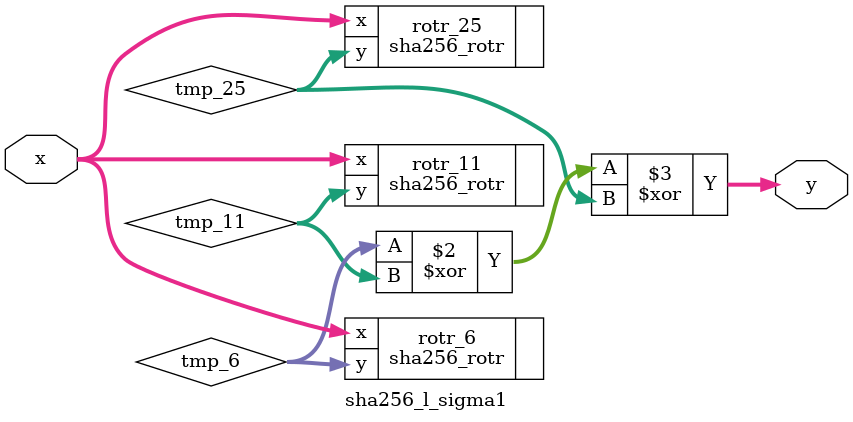
<source format=sv>
module sha256_l_sigma1(
    input   logic   [31:0]  x,
    output  logic   [31:0]  y
);
    logic   [31:0]  tmp_6;
    logic   [31:0]  tmp_11;
    logic   [31:0]  tmp_25;

    sha256_rotr #(6) rotr_6 (.x(x), .y(tmp_6));
    sha256_rotr #(11) rotr_11 (.x(x), .y(tmp_11));
    sha256_rotr #(25) rotr_25 (.x(x), .y(tmp_25));

    always_comb begin : L_SIGMA1
        y = tmp_6 ^ tmp_11 ^ tmp_25;
    end
endmodule

</source>
